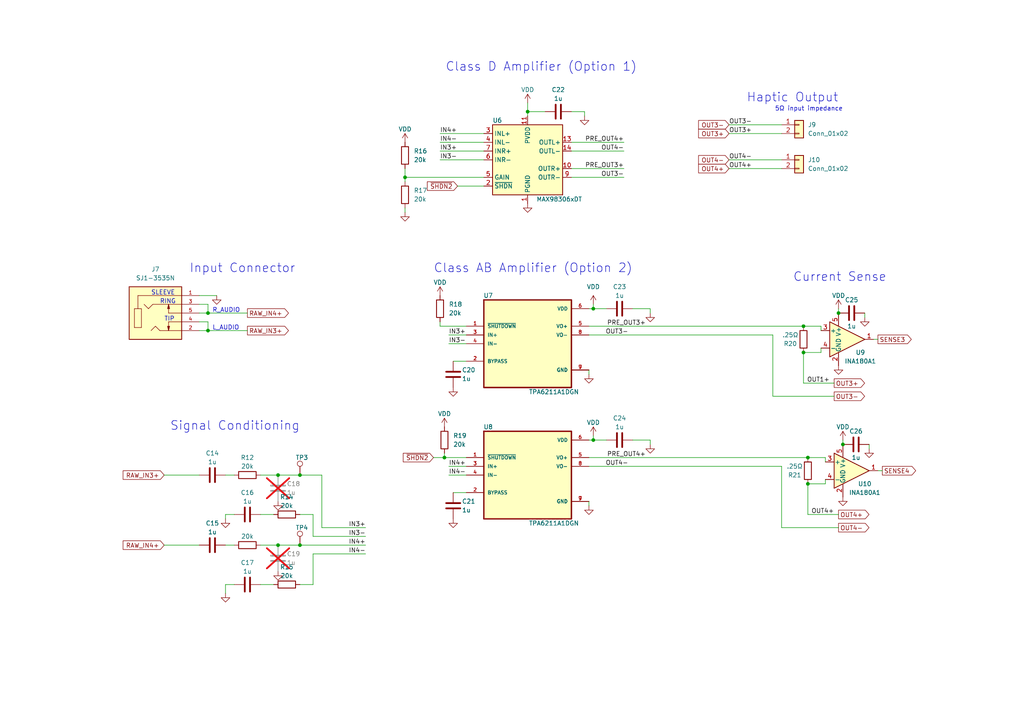
<source format=kicad_sch>
(kicad_sch (version 20231120) (generator "eeschema") (generator_version "8.0")
  (paper "A4")
  (lib_symbols
    (symbol "Amplifier_Audio:MAX98306xDT"
      (property "Reference" "U" (at 10.16 14.605 0))
      (property "Value" "MAX98306xDT" (at 10.16 12.065 0))
      (symbol "MAX98306xDT_0_1"
        (rectangle (start -10.16 10.16) (end 10.16 -10.16) (stroke (width 0.254)) (fill (type background)))
      )
      (symbol "MAX98306xDT_1_1"
        (pin power_in line (at 0 -12.7 90) (length 2.54) (name "PGND") (number "1"))
        (pin power_out line (at 12.7 -2.54 180) (length 2.54) (name "OUTR+") (number "10"))
        (pin power_in line (at 0 12.7 270) (length 2.54) (name "PVDD") (number "11"))
        (pin passive line (at 0 12.7 270) (length 2.54) hide (name "PVDD") (number "12"))
        (pin power_out line (at 12.7 5.08 180) (length 2.54) (name "OUTL+") (number "13"))
        (pin power_out line (at 12.7 2.54 180) (length 2.54) (name "OUTL-") (number "14"))
        (pin passive line (at 0 -12.7 90) (length 2.54) hide (name "PGND") (number "15"))
        (pin input line (at -12.7 -7.62 0) (length 2.54) (name "~{SHDN}") (number "2"))
        (pin input line (at -12.7 7.62 0) (length 2.54) (name "INL+") (number "3"))
        (pin input line (at -12.7 5.08 0) (length 2.54) (name "INL-") (number "4"))
        (pin input line (at -12.7 -5.08 0) (length 2.54) (name "GAIN") (number "5"))
        (pin input line (at -12.7 0 0) (length 2.54) (name "INR-") (number "6"))
        (pin input line (at -12.7 2.54 0) (length 2.54) (name "INR+") (number "7"))
        (pin passive line (at 0 -12.7 90) (length 2.54) hide (name "PGND") (number "8"))
        (pin power_out line (at 12.7 -5.08 180) (length 2.54) (name "OUTR-") (number "9"))
      )
    )
    (symbol "Amplifier_Current:INA180A1" (pin_names (offset 0.127))
      (property "Reference" "U" (at 3.81 3.81 0))
      (property "Value" "INA180A1" (at 3.81 -2.54 0))
      (symbol "INA180A1_0_1"
        (polyline (pts (xy 5.08 0) (xy -5.08 5.08) (xy -5.08 -5.08) (xy 5.08 0)) (stroke (width 0.254)) (fill (type background)))
      )
      (symbol "INA180A1_1_1"
        (pin output line (at 7.62 0 180) (length 2.54) (name "~") (number "1"))
        (pin power_in line (at -2.54 -7.62 90) (length 3.81) (name "GND") (number "2"))
        (pin input line (at -7.62 2.54 0) (length 2.54) (name "+") (number "3"))
        (pin input line (at -7.62 -2.54 0) (length 2.54) (name "-") (number "4"))
        (pin power_in line (at -2.54 7.62 270) (length 3.81) (name "V+") (number "5"))
      )
    )
    (symbol "Connector:TestPoint" (pin_numbers hide) (pin_names (offset 0.762) hide)
      (property "Reference" "TP" (at 0 6.858 0))
      (property "Value" "TestPoint" (at 0 5.08 0))
      (symbol "TestPoint_0_1"
        (circle (center 0 3.302) (radius 0.762))
      )
      (symbol "TestPoint_1_1"
        (pin passive line (at 0 0 90) (length 2.54) (name "1") (number "1"))
      )
    )
    (symbol "Connector_Generic:Conn_01x02" (pin_names (offset 1.016) hide)
      (property "Reference" "J" (at 0 2.54 0))
      (property "Value" "Conn_01x02" (at 0 -5.08 0))
      (symbol "Conn_01x02_1_1"
        (rectangle (start -1.27 -2.413) (end 0 -2.667) (stroke (width 0.1524)))
        (rectangle (start -1.27 0.127) (end 0 -0.127) (stroke (width 0.1524)))
        (rectangle (start -1.27 1.27) (end 1.27 -3.81) (stroke (width 0.254)) (fill (type background)))
        (pin passive line (at -5.08 0 0) (length 3.81) (name "Pin_1") (number "1"))
        (pin passive line (at -5.08 -2.54 0) (length 3.81) (name "Pin_2") (number "2"))
      )
    )
    (symbol "Device:C" (pin_numbers hide) (pin_names (offset 0.254))
      (property "Reference" "C" (at 0.635 2.54 0))
      (property "Value" "C" (at 0.635 -2.54 0))
      (symbol "C_0_1"
        (polyline (pts (xy -2.032 -0.762) (xy 2.032 -0.762)) (stroke (width 0.508)))
        (polyline (pts (xy -2.032 0.762) (xy 2.032 0.762)) (stroke (width 0.508)))
      )
      (symbol "C_1_1"
        (pin passive line (at 0 3.81 270) (length 2.794) (name "~") (number "1"))
        (pin passive line (at 0 -3.81 90) (length 2.794) (name "~") (number "2"))
      )
    )
    (symbol "Device:R" (pin_numbers hide) (pin_names (offset 0))
      (property "Reference" "R" (at 2.032 0 90))
      (property "Value" "R" (at 0 0 90))
      (symbol "R_0_1"
        (rectangle (start -1.016 -2.54) (end 1.016 2.54) (stroke (width 0.254)))
      )
      (symbol "R_1_1"
        (pin passive line (at 0 3.81 270) (length 1.27) (name "~") (number "1"))
        (pin passive line (at 0 -3.81 90) (length 1.27) (name "~") (number "2"))
      )
    )
    (symbol "SJ1-3535N:SJ1-3535N" (pin_names (offset 1.016))
      (property "Reference" "J" (at -7.62 8.382 0))
      (property "Value" "SJ1-3535N" (at -7.62 -10.16 0))
      (symbol "SJ1-3535N_0_0"
        (rectangle (start -7.62 -7.62) (end 7.62 7.62) (stroke (width 0.254)) (fill (type background)))
        (polyline (pts (xy -6.096 -4.191) (xy -6.096 1.27)) (stroke (width 0.1524)))
        (polyline (pts (xy -6.096 1.27) (xy -5.08 1.27)) (stroke (width 0.1524)))
        (polyline (pts (xy -5.08 1.27) (xy -4.064 1.27)) (stroke (width 0.1524)))
        (polyline (pts (xy -5.08 5.08) (xy -5.08 1.27)) (stroke (width 0.1524)))
        (polyline (pts (xy -4.064 -4.191) (xy -6.096 -4.191)) (stroke (width 0.1524)))
        (polyline (pts (xy -4.064 1.27) (xy -4.064 -4.191)) (stroke (width 0.1524)))
        (polyline (pts (xy -2.032 1.27) (xy -3.302 2.54)) (stroke (width 0.1524)))
        (polyline (pts (xy -0.762 2.54) (xy -2.032 1.27)) (stroke (width 0.1524)))
        (polyline (pts (xy 0 -3.81) (xy -1.27 -5.08)) (stroke (width 0.1524)))
        (polyline (pts (xy 1.27 -5.08) (xy 0 -3.81)) (stroke (width 0.1524)))
        (polyline (pts (xy 3.81 -5.08) (xy 1.27 -5.08)) (stroke (width 0.1524)))
        (polyline (pts (xy 3.81 -5.08) (xy 3.81 -2.54)) (stroke (width 0.1524)))
        (polyline (pts (xy 3.81 0) (xy 3.81 2.54)) (stroke (width 0.1524)))
        (polyline (pts (xy 3.81 2.54) (xy -0.762 2.54)) (stroke (width 0.1524)))
        (polyline (pts (xy 7.62 -5.08) (xy 3.81 -5.08)) (stroke (width 0.1524)))
        (polyline (pts (xy 7.62 -2.54) (xy 3.81 -2.54)) (stroke (width 0.1524)))
        (polyline (pts (xy 7.62 0) (xy 3.81 0)) (stroke (width 0.1524)))
        (polyline (pts (xy 7.62 2.54) (xy 3.81 2.54)) (stroke (width 0.1524)))
        (polyline (pts (xy 7.62 5.08) (xy -5.08 5.08)) (stroke (width 0.1524)))
        (polyline (pts (xy 3.81 -5.08) (xy 3.4925 -3.81) (xy 4.1275 -3.81) (xy 3.81 -5.08)) (stroke (width 0.1524)) (fill (type outline)))
        (polyline (pts (xy 3.81 2.54) (xy 4.1275 1.27) (xy 3.4925 1.27) (xy 3.81 2.54)) (stroke (width 0.1524)) (fill (type outline)))
        (pin passive line (at 12.7 5.08 180) (length 5.08) (name "~") (number "1"))
        (pin passive line (at 12.7 -5.08 180) (length 5.08) (name "~") (number "2"))
        (pin passive line (at 12.7 2.54 180) (length 5.08) (name "~") (number "3"))
        (pin passive line (at 12.7 -2.54 180) (length 5.08) (name "~") (number "4"))
        (pin passive line (at 12.7 0 180) (length 5.08) (name "~") (number "5"))
      )
    )
    (symbol "TPA6211A1DGN:TPA6211A1DGN" (pin_names (offset 1.016))
      (property "Reference" "U" (at -12.7 13.7 0))
      (property "Value" "TPA6211A1DGN" (at -12.7 -16.7 0))
      (symbol "TPA6211A1DGN_0_0"
        (rectangle (start -12.7 -12.7) (end 12.7 12.7) (stroke (width 0.41)) (fill (type background)))
        (pin input line (at -17.78 5.08 0) (length 5.08) (name "~{SHUTDOWN}") (number "1"))
        (pin bidirectional line (at -17.78 -5.08 0) (length 5.08) (name "BYPASS") (number "2"))
        (pin input line (at -17.78 2.54 0) (length 5.08) (name "IN+") (number "3"))
        (pin input line (at -17.78 0 0) (length 5.08) (name "IN-") (number "4"))
        (pin output line (at 17.78 5.08 180) (length 5.08) (name "VO+") (number "5"))
        (pin power_in line (at 17.78 10.16 180) (length 5.08) (name "VDD") (number "6"))
        (pin power_in line (at 17.78 -7.62 180) (length 5.08) (name "GND") (number "7"))
        (pin output line (at 17.78 2.54 180) (length 5.08) (name "VO-") (number "8"))
        (pin power_in line (at 17.78 -7.62 180) (length 5.08) (name "GND") (number "9"))
      )
    )
    (symbol "power:GND" (power) (pin_names (offset 0))
      (property "Value" "GND" (at 0 -3.81 0))
      (symbol "GND_0_1"
        (polyline (pts (xy 0 0) (xy 0 -1.27) (xy 1.27 -1.27) (xy 0 -2.54) (xy -1.27 -1.27) (xy 0 -1.27)))
      )
      (symbol "GND_1_1"
        (pin power_in line (at 0 0 270) (length 0) hide (name "GND") (number "1"))
      )
    )
    (symbol "power:VDD" (power) (pin_names (offset 0))
      (property "Value" "VDD" (at 0 3.81 0))
      (symbol "VDD_0_1"
        (polyline (pts (xy -0.762 1.27) (xy 0 2.54)))
        (polyline (pts (xy 0 0) (xy 0 2.54)))
        (polyline (pts (xy 0 2.54) (xy 0.762 1.27)))
      )
      (symbol "VDD_1_1"
        (pin power_in line (at 0 0 90) (length 0) hide (name "VDD") (number "1"))
      )
    )
  )
  (junction (at 86.995 158.115))
  (junction (at 60.325 90.805))
  (junction (at 233.045 94.615))
  (junction (at 80.645 158.115))
  (junction (at 244.475 128.905))
  (junction (at 172.085 127.635))
  (junction (at 172.085 89.535))
  (junction (at 128.905 132.715))
  (junction (at 153.035 32.385))
  (junction (at 243.205 90.805))
  (junction (at 234.315 140.335))
  (junction (at 80.645 137.795))
  (junction (at 86.995 137.795))
  (junction (at 233.045 102.235))
  (junction (at 60.325 95.885))
  (junction (at 117.475 51.435))
  (junction (at 234.315 132.715))
  (wire (pts (xy 255.905 136.525) (xy 254.635 136.525)))
  (wire (pts (xy 188.595 89.535) (xy 183.515 89.535)))
  (wire (pts (xy 233.045 102.235) (xy 238.125 102.235)))
  (wire (pts (xy 57.785 90.805) (xy 60.325 90.805)))
  (wire (pts (xy 47.625 158.115) (xy 57.785 158.115)))
  (wire (pts (xy 86.995 137.795) (xy 80.645 137.795)))
  (wire (pts (xy 128.905 132.715) (xy 135.255 132.715)))
  (wire (pts (xy 170.815 135.255) (xy 226.695 135.255)))
  (wire (pts (xy 211.455 36.195) (xy 226.695 36.195)))
  (wire (pts (xy 172.085 89.535) (xy 170.815 89.535)))
  (wire (pts (xy 165.735 43.815) (xy 180.975 43.815)))
  (wire (pts (xy 75.565 137.795) (xy 80.645 137.795)))
  (wire (pts (xy 127.635 38.735) (xy 140.335 38.735)))
  (wire (pts (xy 243.205 89.535) (xy 243.205 90.805)))
  (wire (pts (xy 188.595 127.635) (xy 183.515 127.635)))
  (wire (pts (xy 65.405 158.115) (xy 67.945 158.115)))
  (wire (pts (xy 238.125 95.885) (xy 238.125 94.615)))
  (wire (pts (xy 57.785 93.345) (xy 60.325 93.345)))
  (wire (pts (xy 93.345 153.035) (xy 93.345 137.795)))
  (wire (pts (xy 86.995 149.225) (xy 90.805 149.225)))
  (wire (pts (xy 211.455 46.355) (xy 226.695 46.355)))
  (wire (pts (xy 165.735 51.435) (xy 180.975 51.435)))
  (wire (pts (xy 60.325 90.805) (xy 71.755 90.805)))
  (wire (pts (xy 252.095 128.905) (xy 252.095 130.175)))
  (wire (pts (xy 127.635 94.615) (xy 127.635 93.345)))
  (wire (pts (xy 65.405 137.795) (xy 67.945 137.795)))
  (wire (pts (xy 169.545 32.385) (xy 169.545 33.655)))
  (wire (pts (xy 57.785 85.725) (xy 62.865 85.725)))
  (wire (pts (xy 90.805 160.655) (xy 90.805 169.545)))
  (wire (pts (xy 75.565 149.225) (xy 79.375 149.225)))
  (wire (pts (xy 117.475 48.895) (xy 117.475 51.435)))
  (wire (pts (xy 80.645 158.115) (xy 86.995 158.115)))
  (wire (pts (xy 238.125 102.235) (xy 238.125 100.965)))
  (wire (pts (xy 65.405 172.085) (xy 65.405 169.545)))
  (wire (pts (xy 153.035 32.385) (xy 158.115 32.385)))
  (wire (pts (xy 250.825 90.805) (xy 250.825 92.075)))
  (wire (pts (xy 226.695 135.255) (xy 226.695 153.035)))
  (wire (pts (xy 239.395 140.335) (xy 239.395 139.065)))
  (wire (pts (xy 90.805 155.575) (xy 90.805 149.225)))
  (wire (pts (xy 188.595 90.805) (xy 188.595 89.535)))
  (wire (pts (xy 188.595 128.905) (xy 188.595 127.635)))
  (wire (pts (xy 60.325 95.885) (xy 71.755 95.885)))
  (wire (pts (xy 243.205 149.225) (xy 234.315 149.225)))
  (wire (pts (xy 170.815 107.315) (xy 170.815 108.585)))
  (wire (pts (xy 224.155 114.935) (xy 241.935 114.935)))
  (wire (pts (xy 65.405 149.225) (xy 67.945 149.225)))
  (wire (pts (xy 234.315 149.225) (xy 234.315 140.335)))
  (wire (pts (xy 233.045 111.125) (xy 233.045 102.235)))
  (wire (pts (xy 130.175 99.695) (xy 135.255 99.695)))
  (wire (pts (xy 128.905 132.715) (xy 125.73 132.715)))
  (wire (pts (xy 233.045 94.615) (xy 238.125 94.615)))
  (wire (pts (xy 127.635 46.355) (xy 140.335 46.355)))
  (wire (pts (xy 211.455 48.895) (xy 226.695 48.895)))
  (wire (pts (xy 239.395 133.985) (xy 239.395 132.715)))
  (wire (pts (xy 224.155 97.155) (xy 224.155 114.935)))
  (wire (pts (xy 165.735 41.275) (xy 180.975 41.275)))
  (wire (pts (xy 117.475 61.595) (xy 117.475 60.325)))
  (wire (pts (xy 172.085 127.635) (xy 175.895 127.635)))
  (wire (pts (xy 117.475 51.435) (xy 117.475 52.705)))
  (wire (pts (xy 60.325 93.345) (xy 60.325 95.885)))
  (wire (pts (xy 172.085 126.365) (xy 172.085 127.635)))
  (wire (pts (xy 244.475 127.635) (xy 244.475 128.905)))
  (wire (pts (xy 170.815 94.615) (xy 233.045 94.615)))
  (wire (pts (xy 127.635 41.275) (xy 140.335 41.275)))
  (wire (pts (xy 86.995 158.115) (xy 106.045 158.115)))
  (wire (pts (xy 65.405 169.545) (xy 67.945 169.545)))
  (wire (pts (xy 86.995 137.795) (xy 93.345 137.795)))
  (wire (pts (xy 165.735 32.385) (xy 169.545 32.385)))
  (wire (pts (xy 211.455 38.735) (xy 226.695 38.735)))
  (wire (pts (xy 47.625 137.795) (xy 57.785 137.795)))
  (wire (pts (xy 128.905 131.445) (xy 128.905 132.715)))
  (wire (pts (xy 241.935 111.125) (xy 233.045 111.125)))
  (wire (pts (xy 130.175 137.795) (xy 135.255 137.795)))
  (wire (pts (xy 165.735 48.895) (xy 180.975 48.895)))
  (wire (pts (xy 132.715 53.975) (xy 140.335 53.975)))
  (wire (pts (xy 170.815 132.715) (xy 234.315 132.715)))
  (wire (pts (xy 172.085 127.635) (xy 170.815 127.635)))
  (wire (pts (xy 79.375 169.545) (xy 75.565 169.545)))
  (wire (pts (xy 170.815 97.155) (xy 224.155 97.155)))
  (wire (pts (xy 131.445 142.875) (xy 135.255 142.875)))
  (wire (pts (xy 117.475 51.435) (xy 140.335 51.435)))
  (wire (pts (xy 172.085 89.535) (xy 175.895 89.535)))
  (wire (pts (xy 153.035 29.845) (xy 153.035 32.385)))
  (wire (pts (xy 170.815 145.415) (xy 170.815 146.685)))
  (wire (pts (xy 127.635 94.615) (xy 135.255 94.615)))
  (wire (pts (xy 131.445 104.775) (xy 135.255 104.775)))
  (wire (pts (xy 130.175 135.255) (xy 135.255 135.255)))
  (wire (pts (xy 90.805 160.655) (xy 106.045 160.655)))
  (wire (pts (xy 57.785 88.265) (xy 60.325 88.265)))
  (wire (pts (xy 75.565 158.115) (xy 80.645 158.115)))
  (wire (pts (xy 172.085 88.265) (xy 172.085 89.535)))
  (wire (pts (xy 130.175 97.155) (xy 135.255 97.155)))
  (wire (pts (xy 226.695 153.035) (xy 243.205 153.035)))
  (wire (pts (xy 93.345 153.035) (xy 106.045 153.035)))
  (wire (pts (xy 234.315 132.715) (xy 239.395 132.715)))
  (wire (pts (xy 234.315 140.335) (xy 239.395 140.335)))
  (wire (pts (xy 65.405 150.495) (xy 65.405 149.225)))
  (wire (pts (xy 127.635 43.815) (xy 140.335 43.815)))
  (wire (pts (xy 57.785 95.885) (xy 60.325 95.885)))
  (wire (pts (xy 60.325 88.265) (xy 60.325 90.805)))
  (wire (pts (xy 254.635 98.425) (xy 253.365 98.425)))
  (wire (pts (xy 90.805 155.575) (xy 106.045 155.575)))
  (wire (pts (xy 153.035 32.385) (xy 153.035 33.655)))
  (wire (pts (xy 86.995 169.545) (xy 90.805 169.545)))
  (text "Signal Conditioning" (at 86.995 125.095 0) (effects (font (size 2.54 2.54)) (justify right bottom)))
  (text "RING" (at 46.355 88.265 0) (effects (font (size 1.27 1.27)) (justify left bottom)))
  (text "5Ω input impedance" (at 244.475 32.385 0) (effects (font (size 1.27 1.27)) (justify right bottom)))
  (text "Input Connector" (at 85.725 79.375 0) (effects (font (size 2.54 2.54)) (justify right bottom)))
  (text "TIP\n" (at 47.625 93.345 0) (effects (font (size 1.27 1.27)) (justify left bottom)))
  (text "Current Sense" (at 257.175 81.915 0) (effects (font (size 2.54 2.54)) (justify right bottom)))
  (text "Class AB Amplifier (Option 2)" (at 183.515 79.375 0) (effects (font (size 2.54 2.54)) (justify right bottom)))
  (text "SLEEVE" (at 43.815 85.725 0) (effects (font (size 1.27 1.27)) (justify left bottom)))
  (text "R_AUDIO" (at 61.595 90.805 0) (effects (font (size 1.27 1.27)) (justify left bottom)))
  (text "Haptic Output" (at 243.205 29.845 0) (effects (font (size 2.54 2.54)) (justify right bottom)))
  (text "Class D Amplifier (Option 1)" (at 184.785 20.955 0) (effects (font (size 2.54 2.54)) (justify right bottom)))
  (text "L_AUDIO" (at 61.595 95.885 0) (effects (font (size 1.27 1.27)) (justify left bottom)))
  (label "OUT3+" (at 211.455 38.735 0))
  (label "IN4+" (at 130.175 135.255 0))
  (label "OUT3-" (at 211.455 36.195 0))
  (label "IN3-" (at 106.045 155.575 180))
  (label "PRE_OUT3+" (at 180.975 48.895 180))
  (label "OUT4+" (at 211.455 48.895 0))
  (label "IN4-" (at 127.635 41.275 0))
  (label "IN4+" (at 127.635 38.735 0))
  (label "PRE_OUT4+" (at 180.975 41.275 180))
  (label "IN3-" (at 130.175 99.695 0))
  (label "PRE_OUT4+" (at 187.325 132.715 180))
  (label "IN4-" (at 130.175 137.795 0))
  (label "OUT3-" (at 182.245 97.155 180))
  (label "IN3-" (at 127.635 46.355 0))
  (label "IN4+" (at 106.045 158.115 180))
  (label "OUT4-" (at 182.245 135.255 180))
  (label "PRE_OUT3+" (at 187.325 94.615 180))
  (label "IN3+" (at 106.045 153.035 180))
  (label "OUT4-" (at 180.975 43.815 180))
  (label "OUT3-" (at 180.975 51.435 180))
  (label "OUT4+" (at 241.935 149.225 180))
  (label "OUT1+" (at 240.665 111.125 180))
  (label "IN3+" (at 127.635 43.815 0))
  (label "OUT4-" (at 211.455 46.355 0))
  (label "IN3+" (at 130.175 97.155 0))
  (label "IN4-" (at 106.045 160.655 180))
  (global_label "OUT3-" (shape output) (at 241.935 114.935 0) (property "Intersheetrefs" "${INTERSHEET_REFS}" (effects (hide yes))))
  (global_label "RAW_IN4+" (shape input) (at 47.625 158.115 180) (property "Intersheetrefs" "${INTERSHEET_REFS}" (effects (hide yes))))
  (global_label "RAW_IN3+" (shape output) (at 71.755 95.885 0) (property "Intersheetrefs" "${INTERSHEET_REFS}" (effects (hide yes))))
  (global_label "OUT4+" (shape input) (at 211.455 48.895 180) (property "Intersheetrefs" "${INTERSHEET_REFS}" (effects (hide yes))))
  (global_label "OUT4-" (shape input) (at 211.455 46.355 180) (property "Intersheetrefs" "${INTERSHEET_REFS}" (effects (hide yes))))
  (global_label "OUT3-" (shape input) (at 211.455 36.195 180) (property "Intersheetrefs" "${INTERSHEET_REFS}" (effects (hide yes))))
  (global_label "OUT3+" (shape input) (at 211.455 38.735 180) (property "Intersheetrefs" "${INTERSHEET_REFS}" (effects (hide yes))))
  (global_label "SENSE4" (shape output) (at 255.905 136.525 0) (property "Intersheetrefs" "${INTERSHEET_REFS}" (effects (hide yes))))
  (global_label "RAW_IN3+" (shape input) (at 47.625 137.795 180) (property "Intersheetrefs" "${INTERSHEET_REFS}" (effects (hide yes))))
  (global_label "OUT3+" (shape output) (at 241.935 111.125 0) (property "Intersheetrefs" "${INTERSHEET_REFS}" (effects (hide yes))))
  (global_label "~{SHDN2}" (shape input) (at 132.715 53.975 180) (property "Intersheetrefs" "${INTERSHEET_REFS}" (effects (hide yes))))
  (global_label "~{SHDN2}" (shape input) (at 125.73 132.715 180) (property "Intersheetrefs" "${INTERSHEET_REFS}" (effects (hide yes))))
  (global_label "OUT4+" (shape output) (at 243.205 149.225 0) (property "Intersheetrefs" "${INTERSHEET_REFS}" (effects (hide yes))))
  (global_label "RAW_IN4+" (shape output) (at 71.755 90.805 0) (property "Intersheetrefs" "${INTERSHEET_REFS}" (effects (hide yes))))
  (global_label "SENSE3" (shape output) (at 254.635 98.425 0) (property "Intersheetrefs" "${INTERSHEET_REFS}" (effects (hide yes))))
  (global_label "OUT4-" (shape output) (at 243.205 153.035 0) (property "Intersheetrefs" "${INTERSHEET_REFS}" (effects (hide yes))))
  (symbol (lib_id "power:GND") (at 80.645 145.415 0) (unit 1)
    (property "Reference" "#PWR038" (effects (hide yes)))
    (property "Value" "GND" (effects (hide yes)))
  )
  (symbol (lib_id "Device:C") (at 80.645 141.605 0) (unit 1) (on_board no) (dnp yes)
    (property "Reference" "C18" (at 83.185 140.335 0) (effects (justify left)))
    (property "Value" "1u" (at 83.185 142.875 0) (effects (justify left)))
    (property "Footprint" "Capacitor_SMD:C_0603_1608Metric" (effects (hide yes)))
  )
  (symbol (lib_id "power:VDD") (at 244.475 127.635 0) (unit 1)
    (property "Reference" "#PWR057" (effects (hide yes)))
    (property "Value" "VDD" (at 244.475 123.825 0))
  )
  (symbol (lib_id "Connector:TestPoint") (at 86.995 158.115 0) (unit 1)
    (property "Reference" "TP4" (at 85.725 153.035 0) (effects (justify left)))
    (property "Value" "TestPoint" (effects (hide yes)))
    (property "Footprint" "TestPoint:TestPoint_THTPad_2.0x2.0mm_Drill1.0mm" (effects (hide yes)))
  )
  (symbol (lib_id "Device:R") (at 117.475 56.515 0) (unit 1)
    (property "Reference" "R17" (at 120.015 55.245 0) (effects (justify left)))
    (property "Value" "20k" (at 120.015 57.785 0) (effects (justify left)))
    (property "Footprint" "Resistor_SMD:R_0603_1608Metric" (effects (hide yes)))
  )
  (symbol (lib_id "Device:C") (at 61.595 137.795 90) (unit 1)
    (property "Reference" "C14" (at 61.595 131.445 90))
    (property "Value" "1u" (at 61.595 133.985 90))
    (property "Footprint" "Capacitor_SMD:C_0603_1608Metric" (effects (hide yes)))
  )
  (symbol (lib_id "power:GND") (at 252.095 130.175 0) (unit 1)
    (property "Reference" "#PWR060" (effects (hide yes)))
    (property "Value" "GND" (effects (hide yes)))
  )
  (symbol (lib_id "Device:C") (at 71.755 169.545 90) (unit 1)
    (property "Reference" "C17" (at 71.755 163.195 90))
    (property "Value" "1u" (at 71.755 165.735 90))
    (property "Footprint" "Capacitor_SMD:C_0603_1608Metric" (effects (hide yes)))
  )
  (symbol (lib_id "Amplifier_Current:INA180A1") (at 247.015 136.525 0) (unit 1)
    (property "Reference" "U10" (at 250.825 140.335 0))
    (property "Value" "INA180A1" (at 250.825 142.875 0))
    (property "Footprint" "Package_TO_SOT_SMD:SOT-23-5" (effects (hide yes)))
    (property "Datasheet" "http://www.ti.com/lit/ds/symlink/ina180.pdf" (effects (hide yes)))
  )
  (symbol (lib_id "power:GND") (at 131.445 150.495 0) (unit 1)
    (property "Reference" "#PWR045" (effects (hide yes)))
    (property "Value" "GND" (effects (hide yes)))
  )
  (symbol (lib_id "power:VDD") (at 172.085 126.365 0) (unit 1)
    (property "Reference" "#PWR052" (effects (hide yes)))
    (property "Value" "VDD" (at 172.085 122.555 0))
  )
  (symbol (lib_id "Device:R") (at 117.475 45.085 0) (unit 1)
    (property "Reference" "R16" (at 120.015 43.815 0) (effects (justify left)))
    (property "Value" "20k" (at 120.015 46.355 0) (effects (justify left)))
    (property "Footprint" "Resistor_SMD:R_0603_1608Metric" (effects (hide yes)))
  )
  (symbol (lib_id "power:GND") (at 170.815 108.585 0) (unit 1)
    (property "Reference" "#PWR049" (effects (hide yes)))
    (property "Value" "GND" (effects (hide yes)))
  )
  (symbol (lib_id "power:GND") (at 243.205 106.045 0) (unit 1)
    (property "Reference" "#PWR056" (effects (hide yes)))
    (property "Value" "GND" (effects (hide yes)))
  )
  (symbol (lib_id "Connector_Generic:Conn_01x02") (at 231.775 36.195 0) (unit 1)
    (property "Reference" "J9" (at 234.315 36.195 0) (effects (justify left)))
    (property "Value" "Conn_01x02" (at 234.315 38.735 0) (effects (justify left)))
    (property "Footprint" "Connector_PinHeader_2.54mm:PinHeader_1x02_P2.54mm_Vertical" (effects (hide yes)))
  )
  (symbol (lib_id "Device:R") (at 234.315 136.525 0) (mirror y) (unit 1)
    (property "Reference" "R21" (at 230.505 137.795 0))
    (property "Value" ".25Ω" (at 230.505 135.255 0))
    (property "Footprint" "Resistor_SMD:R_0805_2012Metric" (effects (hide yes)))
  )
  (symbol (lib_id "power:VDD") (at 127.635 85.725 0) (unit 1)
    (property "Reference" "#PWR042" (effects (hide yes)))
    (property "Value" "VDD" (at 127.635 81.915 0))
  )
  (symbol (lib_id "power:GND") (at 244.475 144.145 0) (unit 1)
    (property "Reference" "#PWR058" (effects (hide yes)))
    (property "Value" "GND" (effects (hide yes)))
  )
  (symbol (lib_id "Connector_Generic:Conn_01x02") (at 231.775 46.355 0) (unit 1)
    (property "Reference" "J10" (at 234.315 46.355 0) (effects (justify left)))
    (property "Value" "Conn_01x02" (at 234.315 48.895 0) (effects (justify left)))
    (property "Footprint" "Connector_PinHeader_2.54mm:PinHeader_1x02_P2.54mm_Vertical" (effects (hide yes)))
  )
  (symbol (lib_id "Amplifier_Audio:MAX98306xDT") (at 153.035 46.355 0) (unit 1)
    (property "Reference" "U6" (at 142.875 34.925 0) (effects (justify left)))
    (property "Value" "MAX98306xDT" (at 155.575 57.785 0) (effects (justify left)))
    (property "Footprint" "Package_DFN_QFN:TDFN-14-1EP_3x3mm_P0.4mm_EP1.78x2.35mm" (effects (hide yes)))
    (property "Datasheet" "https://datasheets.maximintegrated.com/en/ds/MAX98306.pdf" (effects (hide yes)))
  )
  (symbol (lib_id "Device:C") (at 179.705 127.635 90) (unit 1)
    (property "Reference" "C24" (at 179.705 121.285 90))
    (property "Value" "1u" (at 179.705 123.825 90))
    (property "Footprint" "Capacitor_SMD:C_0603_1608Metric" (effects (hide yes)))
  )
  (symbol (lib_id "power:GND") (at 188.595 90.805 0) (unit 1)
    (property "Reference" "#PWR053" (effects (hide yes)))
    (property "Value" "GND" (effects (hide yes)))
  )
  (symbol (lib_id "Device:C") (at 61.595 158.115 90) (unit 1)
    (property "Reference" "C15" (at 61.595 151.765 90))
    (property "Value" "1u" (at 61.595 154.305 90))
    (property "Footprint" "Capacitor_SMD:C_0603_1608Metric" (effects (hide yes)))
  )
  (symbol (lib_id "power:VDD") (at 243.205 89.535 0) (unit 1)
    (property "Reference" "#PWR055" (effects (hide yes)))
    (property "Value" "VDD" (at 243.205 85.725 0))
  )
  (symbol (lib_id "power:GND") (at 117.475 61.595 0) (unit 1)
    (property "Reference" "#PWR041" (effects (hide yes)))
    (property "Value" "GND" (effects (hide yes)))
  )
  (symbol (lib_id "Device:R") (at 83.185 169.545 90) (unit 1)
    (property "Reference" "R15" (at 83.185 164.465 90))
    (property "Value" "20k" (at 83.185 167.005 90))
    (property "Footprint" "Resistor_SMD:R_0603_1608Metric" (effects (hide yes)))
  )
  (symbol (lib_id "TPA6211A1DGN:TPA6211A1DGN") (at 153.035 99.695 0) (unit 1)
    (property "Reference" "U7" (at 141.605 85.725 0))
    (property "Value" "TPA6211A1DGN" (at 160.655 113.665 0))
    (property "Footprint" "libs:SOP65P490X110-9N" (effects (hide yes)))
    (property "Description" "\n3.1-W, mono, analog input Class-AB audio amplifier\n" (effects (hide yes)))
    (property "MF" "Texas Instruments" (effects (hide yes)))
    (property "Package" "HVSSOP-8 Texas Instruments" (effects (hide yes)))
    (property "Price" "None" (effects (hide yes)))
    (property "SnapEDA_Link" "https://www.snapeda.com/parts/TPA6211A1DGN/Texas+Instruments/view-part/?ref=snap" (effects (hide yes)))
    (property "MP" "TPA6211A1DGN" (effects (hide yes)))
    (property "Purchase-URL" "https://www.snapeda.com/api/url_track_click_mouser/?unipart_id=271385&manufacturer=Texas Instruments&part_name=TPA6211A1DGN&search_term=None" (effects (hide yes)))
    (property "Availability" "In Stock" (effects (hide yes)))
    (property "Check_prices" "https://www.snapeda.com/parts/TPA6211A1DGN/Texas+Instruments/view-part/?ref=eda" (effects (hide yes)))
  )
  (symbol (lib_id "Device:R") (at 128.905 127.635 0) (unit 1)
    (property "Reference" "R19" (at 131.445 126.365 0) (effects (justify left)))
    (property "Value" "20k" (at 131.445 128.905 0) (effects (justify left)))
    (property "Footprint" "Resistor_SMD:R_0603_1608Metric" (effects (hide yes)))
  )
  (symbol (lib_id "SJ1-3535N:SJ1-3535N") (at 45.085 90.805 0) (unit 1)
    (property "Reference" "J7" (at 45.085 78.105 0))
    (property "Value" "SJ1-3535N" (at 45.085 80.645 0))
    (property "Footprint" "libs:CUI_SJ1-3535N" (effects (hide yes)))
    (property "Description" "3.5 mm Right-Angle Stereo Jack, 5 Pin PCB Mount, Non-Threaded" (effects (hide yes)))
    (property "MF" "CUI Devices" (effects (hide yes)))
    (property "MAXIMUM_PACKAGE_HEIGHT" "12.8 mm" (effects (hide yes)))
    (property "Package" "None" (effects (hide yes)))
    (property "Price" "None" (effects (hide yes)))
    (property "Check_prices" "https://www.snapeda.com/parts/SJ1-3535N/CUI+Devices/view-part/?ref=eda" (effects (hide yes)))
    (property "STANDARD" "Manufacturer Recommendations" (effects (hide yes)))
    (property "PARTREV" "1.03" (effects (hide yes)))
    (property "SnapEDA_Link" "https://www.snapeda.com/parts/SJ1-3535N/CUI+Devices/view-part/?ref=snap" (effects (hide yes)))
    (property "MP" "SJ1-3535N" (effects (hide yes)))
    (property "Purchase-URL" "https://www.snapeda.com/api/url_track_click_mouser/?unipart_id=533084&manufacturer=CUI Devices&part_name=SJ1-3535N&search_term=sj1-3535n" (effects (hide yes)))
    (property "CUI_purchase_URL" "https://www.cuidevices.com/product/interconnect/connectors/audio-connectors/jacks/sj1-3535n?utm_source=snapeda.com&utm_medium=referral&utm_campaign=snapedaBOM" (effects (hide yes)))
    (property "Availability" "In Stock" (effects (hide yes)))
    (property "MANUFACTURER" "CUI Devices" (effects (hide yes)))
  )
  (symbol (lib_id "power:GND") (at 169.545 33.655 0) (unit 1)
    (property "Reference" "#PWR048" (effects (hide yes)))
    (property "Value" "GND" (effects (hide yes)))
  )
  (symbol (lib_id "power:GND") (at 170.815 146.685 0) (unit 1)
    (property "Reference" "#PWR050" (effects (hide yes)))
    (property "Value" "GND" (effects (hide yes)))
  )
  (symbol (lib_id "Device:C") (at 80.645 161.925 0) (unit 1) (on_board no) (dnp yes)
    (property "Reference" "C19" (at 83.185 160.655 0) (effects (justify left)))
    (property "Value" "1u" (at 83.185 163.195 0) (effects (justify left)))
    (property "Footprint" "Capacitor_SMD:C_0603_1608Metric" (effects (hide yes)))
  )
  (symbol (lib_id "Device:C") (at 131.445 108.585 0) (unit 1)
    (property "Reference" "C20" (at 133.985 107.315 0) (effects (justify left)))
    (property "Value" "1u" (at 133.985 109.855 0) (effects (justify left)))
    (property "Footprint" "Capacitor_SMD:C_0603_1608Metric" (effects (hide yes)))
  )
  (symbol (lib_id "power:GND") (at 80.645 165.735 0) (unit 1)
    (property "Reference" "#PWR039" (effects (hide yes)))
    (property "Value" "GND" (effects (hide yes)))
  )
  (symbol (lib_id "Device:R") (at 233.045 98.425 0) (mirror y) (unit 1)
    (property "Reference" "R20" (at 229.235 99.695 0))
    (property "Value" ".25Ω" (at 229.235 97.155 0))
    (property "Footprint" "Resistor_SMD:R_0805_2012Metric" (effects (hide yes)))
  )
  (symbol (lib_id "power:GND") (at 188.595 128.905 0) (unit 1)
    (property "Reference" "#PWR054" (effects (hide yes)))
    (property "Value" "GND" (effects (hide yes)))
  )
  (symbol (lib_id "Device:R") (at 127.635 89.535 0) (unit 1)
    (property "Reference" "R18" (at 130.175 88.265 0) (effects (justify left)))
    (property "Value" "20k" (at 130.175 90.805 0) (effects (justify left)))
    (property "Footprint" "Resistor_SMD:R_0603_1608Metric" (effects (hide yes)))
  )
  (symbol (lib_id "Connector:TestPoint") (at 86.995 137.795 0) (unit 1)
    (property "Reference" "TP3" (at 85.725 132.715 0) (effects (justify left)))
    (property "Value" "TestPoint" (effects (hide yes)))
    (property "Footprint" "TestPoint:TestPoint_THTPad_2.0x2.0mm_Drill1.0mm" (effects (hide yes)))
  )
  (symbol (lib_id "power:VDD") (at 117.475 41.275 0) (unit 1)
    (property "Reference" "#PWR040" (effects (hide yes)))
    (property "Value" "VDD" (at 117.475 37.465 0))
  )
  (symbol (lib_id "Device:C") (at 179.705 89.535 90) (unit 1)
    (property "Reference" "C23" (at 179.705 83.185 90))
    (property "Value" "1u" (at 179.705 85.725 90))
    (property "Footprint" "Capacitor_SMD:C_0603_1608Metric" (effects (hide yes)))
  )
  (symbol (lib_id "Device:C") (at 247.015 90.805 90) (unit 1)
    (property "Reference" "C25" (at 247.015 86.995 90))
    (property "Value" "1u" (at 247.015 94.615 90))
    (property "Footprint" "Capacitor_SMD:C_0603_1608Metric" (effects (hide yes)))
  )
  (symbol (lib_id "Device:C") (at 161.925 32.385 90) (unit 1)
    (property "Reference" "C22" (at 161.925 26.035 90))
    (property "Value" "1u" (at 161.925 28.575 90))
    (property "Footprint" "Capacitor_SMD:C_0603_1608Metric" (effects (hide yes)))
  )
  (symbol (lib_id "power:GND") (at 153.035 59.055 0) (unit 1)
    (property "Reference" "#PWR047" (effects (hide yes)))
    (property "Value" "GND" (effects (hide yes)))
  )
  (symbol (lib_id "Device:C") (at 71.755 149.225 90) (unit 1)
    (property "Reference" "C16" (at 71.755 142.875 90))
    (property "Value" "1u" (at 71.755 145.415 90))
    (property "Footprint" "Capacitor_SMD:C_0603_1608Metric" (effects (hide yes)))
  )
  (symbol (lib_id "power:GND") (at 65.405 150.495 0) (unit 1)
    (property "Reference" "#PWR036" (effects (hide yes)))
    (property "Value" "GND" (effects (hide yes)))
  )
  (symbol (lib_id "Device:R") (at 71.755 158.115 90) (unit 1)
    (property "Reference" "R13" (effects (hide yes)))
    (property "Value" "20k" (at 71.755 155.575 90))
    (property "Footprint" "Resistor_SMD:R_0603_1608Metric" (effects (hide yes)))
  )
  (symbol (lib_id "power:VDD") (at 172.085 88.265 0) (unit 1)
    (property "Reference" "#PWR051" (effects (hide yes)))
    (property "Value" "VDD" (at 172.085 83.185 0))
  )
  (symbol (lib_id "Device:R") (at 71.755 137.795 90) (unit 1)
    (property "Reference" "R12" (at 71.755 132.715 90))
    (property "Value" "20k" (at 71.755 135.255 90))
    (property "Footprint" "Resistor_SMD:R_0603_1608Metric" (effects (hide yes)))
  )
  (symbol (lib_id "Device:C") (at 248.285 128.905 90) (unit 1)
    (property "Reference" "C26" (at 248.285 125.095 90))
    (property "Value" "1u" (at 248.285 132.715 90))
    (property "Footprint" "Capacitor_SMD:C_0603_1608Metric" (effects (hide yes)))
  )
  (symbol (lib_id "power:GND") (at 65.405 172.085 0) (unit 1)
    (property "Reference" "#PWR037" (effects (hide yes)))
    (property "Value" "GND" (effects (hide yes)))
  )
  (symbol (lib_id "power:GND") (at 62.865 85.725 0) (unit 1)
    (property "Reference" "#PWR035" (effects (hide yes)))
    (property "Value" "GND" (effects (hide yes)))
  )
  (symbol (lib_id "power:VDD") (at 128.905 123.825 0) (unit 1)
    (property "Reference" "#PWR043" (effects (hide yes)))
    (property "Value" "VDD" (at 128.905 120.015 0))
  )
  (symbol (lib_id "Device:R") (at 83.185 149.225 90) (unit 1)
    (property "Reference" "R14" (at 83.185 144.145 90))
    (property "Value" "20k" (at 83.185 146.685 90))
    (property "Footprint" "Resistor_SMD:R_0603_1608Metric" (effects (hide yes)))
  )
  (symbol (lib_id "power:VDD") (at 153.035 29.845 0) (unit 1)
    (property "Reference" "#PWR046" (effects (hide yes)))
    (property "Value" "VDD" (at 153.035 26.035 0))
  )
  (symbol (lib_id "Device:C") (at 131.445 146.685 0) (unit 1)
    (property "Reference" "C21" (at 133.985 145.415 0) (effects (justify left)))
    (property "Value" "1u" (at 133.985 147.955 0) (effects (justify left)))
    (property "Footprint" "Capacitor_SMD:C_0603_1608Metric" (effects (hide yes)))
  )
  (symbol (lib_id "Amplifier_Current:INA180A1") (at 245.745 98.425 0) (unit 1)
    (property "Reference" "U9" (at 249.555 102.235 0))
    (property "Value" "INA180A1" (at 249.555 104.775 0))
    (property "Footprint" "Package_TO_SOT_SMD:SOT-23-5" (effects (hide yes)))
    (property "Datasheet" "http://www.ti.com/lit/ds/symlink/ina180.pdf" (effects (hide yes)))
  )
  (symbol (lib_id "TPA6211A1DGN:TPA6211A1DGN") (at 153.035 137.795 0) (unit 1)
    (property "Reference" "U8" (at 141.605 123.825 0))
    (property "Value" "TPA6211A1DGN" (at 160.655 151.765 0))
    (property "Footprint" "libs:SOP65P490X110-9N" (effects (hide yes)))
    (property "Description" "\n3.1-W, mono, analog input Class-AB audio amplifier\n" (effects (hide yes)))
    (property "MF" "Texas Instruments" (effects (hide yes)))
    (property "Package" "HVSSOP-8 Texas Instruments" (effects (hide yes)))
    (property "Price" "None" (effects (hide yes)))
    (property "SnapEDA_Link" "https://www.snapeda.com/parts/TPA6211A1DGN/Texas+Instruments/view-part/?ref=snap" (effects (hide yes)))
    (property "MP" "TPA6211A1DGN" (effects (hide yes)))
    (property "Purchase-URL" "https://www.snapeda.com/api/url_track_click_mouser/?unipart_id=271385&manufacturer=Texas Instruments&part_name=TPA6211A1DGN&search_term=None" (effects (hide yes)))
    (property "Availability" "In Stock" (effects (hide yes)))
    (property "Check_prices" "https://www.snapeda.com/parts/TPA6211A1DGN/Texas+Instruments/view-part/?ref=eda" (effects (hide yes)))
  )
  (symbol (lib_id "power:GND") (at 131.445 112.395 0) (unit 1)
    (property "Reference" "#PWR044" (effects (hide yes)))
    (property "Value" "GND" (effects (hide yes)))
  )
  (symbol (lib_id "power:GND") (at 250.825 92.075 0) (unit 1)
    (property "Reference" "#PWR059" (effects (hide yes)))
    (property "Value" "GND" (effects (hide yes)))
  )
)
</source>
